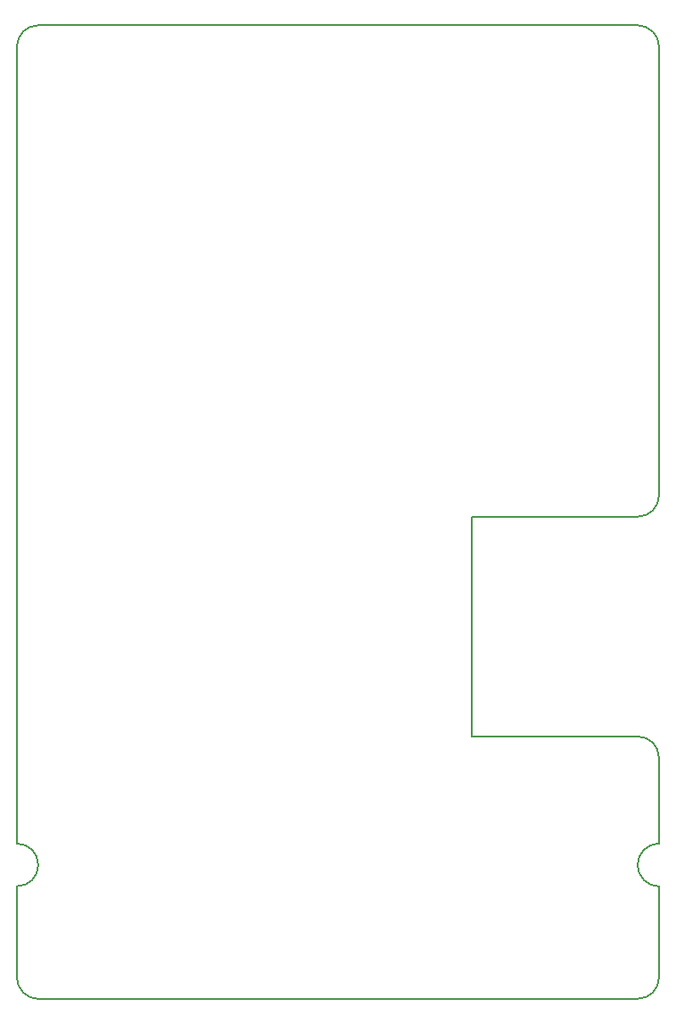
<source format=gbr>
G04 #@! TF.GenerationSoftware,KiCad,Pcbnew,(5.0.0)*
G04 #@! TF.CreationDate,2018-10-03T22:15:18-05:00*
G04 #@! TF.ProjectId,DriveBoard_Hardware,4472697665426F6172645F4861726477,rev?*
G04 #@! TF.SameCoordinates,Original*
G04 #@! TF.FileFunction,Profile,NP*
%FSLAX46Y46*%
G04 Gerber Fmt 4.6, Leading zero omitted, Abs format (unit mm)*
G04 Created by KiCad (PCBNEW (5.0.0)) date 10/03/18 22:15:18*
%MOMM*%
%LPD*%
G01*
G04 APERTURE LIST*
%ADD10C,0.150000*%
G04 APERTURE END LIST*
D10*
X74676000Y-52324000D02*
X131572000Y-52324000D01*
X72644000Y-129921000D02*
X72644000Y-54356000D01*
X72644000Y-142621000D02*
X72644000Y-133985000D01*
X131572000Y-144653000D02*
X74676000Y-144653000D01*
X133604000Y-142621000D02*
X133604000Y-133985000D01*
X115824000Y-119761000D02*
X131572000Y-119761000D01*
X115824000Y-98933000D02*
X115824000Y-119761000D01*
X131572000Y-98933000D02*
X115824000Y-98933000D01*
X133604000Y-54356000D02*
X133604000Y-96901000D01*
X131572000Y-52324000D02*
G75*
G02X133604000Y-54356000I0J-2032000D01*
G01*
X72644000Y-54356000D02*
G75*
G02X74676000Y-52324000I2032000J0D01*
G01*
X133604000Y-96901000D02*
G75*
G02X131572000Y-98933000I-2032000J0D01*
G01*
X72644000Y-129921000D02*
G75*
G02X74676000Y-131953000I0J-2032000D01*
G01*
X74676000Y-131953000D02*
G75*
G02X72644000Y-133985000I-2032000J0D01*
G01*
X74676000Y-144653000D02*
G75*
G02X72644000Y-142621000I0J2032000D01*
G01*
X133604000Y-142621000D02*
G75*
G02X131572000Y-144653000I-2032000J0D01*
G01*
X133604000Y-133985000D02*
G75*
G02X131572000Y-131953000I0J2032000D01*
G01*
X131572000Y-131953000D02*
G75*
G02X133604000Y-129921000I2032000J0D01*
G01*
X131572000Y-119761000D02*
G75*
G02X133604000Y-121793000I0J-2032000D01*
G01*
X133604000Y-129921000D02*
X133604000Y-121793000D01*
M02*

</source>
